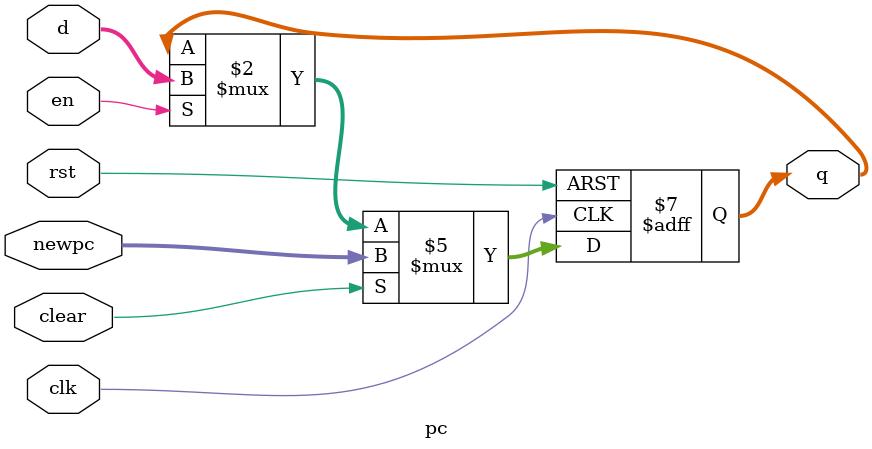
<source format=v>
`timescale 1ns / 1ps


module pc #(parameter WIDTH = 8)(
	input wire clk,rst,en,clear,
	input wire[WIDTH-1:0] d,
	input wire[WIDTH-1:0] newpc,
	output reg[WIDTH-1:0] q
    );
	always @(posedge clk,posedge rst) begin
		if(rst) begin
			q <= 32'hBFC00000;
	    end else if(clear) begin
	        q <= newpc;
	    end else if(en) begin
			/* code */
			q <= d;
		end
	end
endmodule
</source>
